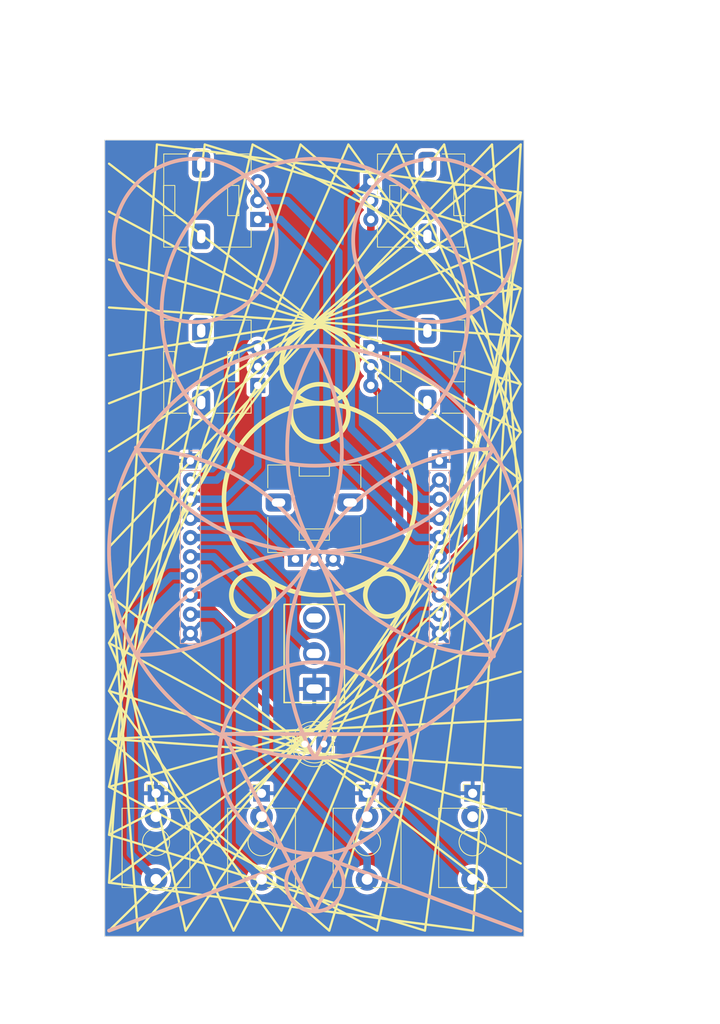
<source format=kicad_pcb>
(kicad_pcb (version 20221018) (generator pcbnew)
  (layers (0 "F.Cu" signal) (31 "B.Cu" signal) (34 "B.Paste" user) (35 "F.Paste" user) (36 "B.SilkS" user "B.Silkscreen") (37 "F.SilkS" user "F.Silkscreen") (38 "B.Mask" user) (39 "F.Mask" user) (44 "Edge.Cuts" user))
  (net 0 "")
  (net 1 "GND")
  (net 2 "Led")
  (net 3 "Tone1")
  (net 4 "Dist2")
  (net 5 "Dist1")
  (net 6 "Tone2")
  (net 7 "Level1")
  (net 8 "Level2")
  (net 9 "Out")
  (net 10 "Decay2")
  (net 11 "Decay1")
  (net 12 "Tune")
  (net 13 "SW1")
  (net 14 "CV")
  (net 15 "Trig")
  (net 16 "Accent")
  (footprint "Drum-K:LED_D5.0mm" (layer "F.Cu") (at 67.8688 114.9856 180)
    (fp_text reference "D1" hide)
    (fp_text value "Red")
    (fp_line (start -2.56 -1.545) (end -2.56 1.545) (stroke (width 0.12)) (layer "F.SilkS"))
    (fp_arc (start -2.56 -1.54483) (mid 0.802002 -2.880433) (end 2.99 0.000462) (stroke (width 0.12)) (layer "F.SilkS"))
    (fp_arc (start 2.99 -0.000462) (mid 0.802002 2.880433) (end -2.56 1.54483) (stroke (width 0.12)) (layer "F.SilkS"))
    (fp_circle (center 0 0) (end 2.5 0) (stroke (width 0.12)) (fill none) (layer "F.SilkS"))
    (pad "1" thru_hole rect locked (at -1.27 0 180) (size 2 2) (drill 0.9) (layers "*.Cu" "*.Mask") (net 1 "GND"))
    (pad "2" thru_hole circle locked (at 1.27 0 180) (size 2 2) (drill 0.9) (layers "*.Cu" "*.Mask") (net 2 "Led"))
  )
  (footprint "Drum-K:Jack_3.5mm_Vertical" (layer "F.Cu") (at 60.87 127.99)
    (fp_text reference "J3" hide)
    (fp_text value "Accent")
    (fp_line (start -4.5 -4.5) (end -4.5 6) (stroke (width 0.12)) (layer "F.SilkS"))
    (fp_line (start -1.23 -7.65) (end -1.23 -6.85) (stroke (width 0.12)) (layer "F.SilkS"))
    (fp_line (start -1.23 -7.65) (end -0.37 -7.65) (stroke (width 0.12)) (layer "F.SilkS"))
    (fp_line (start -0.8 6) (end -4.5 6) (stroke (width 0.12)) (layer "F.SilkS"))
    (fp_line (start -0.72 -4.5) (end -4.5 -4.5) (stroke (width 0.12)) (layer "F.SilkS"))
    (fp_line (start 4.5 -4.5) (end 0.72 -4.5) (stroke (width 0.12)) (layer "F.SilkS"))
    (fp_line (start 4.5 -4.5) (end 4.5 6) (stroke (width 0.12)) (layer "F.SilkS"))
    (fp_line (start 4.5 6) (end 0.8 6) (stroke (width 0.12)) (layer "F.SilkS"))
    (fp_circle (center 0 0) (end 1.8 0) (stroke (width 0.12)) (fill none) (layer "F.SilkS"))
    (pad "S" thru_hole rect locked (at 0 -6.48 180) (size 2.2 2.2) (drill 1.22) (layers "*.Cu" "*.Mask") (net 1 "GND"))
    (pad "T" thru_hole circle locked (at 0 4.92 180) (size 3 3) (drill 1.43) (layers "*.Cu" "*.Mask") (net 16 "Accent"))
    (pad "TN" thru_hole circle locked (at 0 -3.38 180) (size 3 3) (drill 1.42) (layers "*.Cu" "*.Mask"))
    (zone (net 0) (net_name "") (layer "F.Cu") (connect_pads (clearance 0)) (min_thickness 0.254)
      (keepout (tracks not_allowed) (vias not_allowed) (pads not_allowed) (copperpour not_allowed) (footprints not_allowed))
      (fill (thermal_gap 0.508) (thermal_bridge_width 0.508))
      (polygon (pts (xy 62.375141 127.99) (xy 62.35493 127.744171) (xy 62.294841 127.504945) (xy 62.196486 127.278744) (xy 62.062508 127.071645) (xy 61.896504 126.88921) (xy 61.702932 126.736336) (xy 61.486992 126.617131) (xy 61.254482 126.534794) (xy 61.011646 126.491539) (xy 60.765007 126.488525) (xy 60.521187 126.525835) (xy 60.286734 126.602466) (xy 60.067946 126.71636) (xy 59.870697 126.864458) (xy 59.700286 127.042784) (xy 59.561288 127.246548) (xy 59.457436 127.470278) (xy 59.391519 127.707965) (xy 59.365308 127.953226) (xy 59.379507 128.199475) (xy 59.433734 128.440099) (xy 59.526532 128.668634) (xy 59.655411 128.878945) (xy 59.816908 129.065382) (xy 60.006687 129.222939) (xy 60.21965 129.347385) (xy 60.450079 129.435377) (xy 60.691785 129.484553) (xy 60.938278 129.493592) (xy 61.182936 129.46225) (xy 61.419191 129.39137) (xy 61.640697 129.282856) (xy 61.841505 129.139621) (xy 62.016223 128.965512) (xy 62.160158 128.765205) (xy 62.269445 128.544079) (xy 62.341149 128.308074) (xy 62.373344 128.063526)))
    )
  )
  (footprint "Drum-K:Jack_3.5mm_Vertical" (layer "F.Cu") (at 74.87 127.99)
    (fp_text reference "J5" hide)
    (fp_text value "CV")
    (fp_line (start -4.5 -4.5) (end -4.5 6) (stroke (width 0.12)) (layer "F.SilkS"))
    (fp_line (start -1.23 -7.65) (end -1.23 -6.85) (stroke (width 0.12)) (layer "F.SilkS"))
    (fp_line (start -1.23 -7.65) (end -0.37 -7.65) (stroke (width 0.12)) (layer "F.SilkS"))
    (fp_line (start -0.8 6) (end -4.5 6) (stroke (width 0.12)) (layer "F.SilkS"))
    (fp_line (start -0.72 -4.5) (end -4.5 -4.5) (stroke (width 0.12)) (layer "F.SilkS"))
    (fp_line (start 4.5 -4.5) (end 0.72 -4.5) (stroke (width 0.12)) (layer "F.SilkS"))
    (fp_line (start 4.5 -4.5) (end 4.5 6) (stroke (width 0.12)) (layer "F.SilkS"))
    (fp_line (start 4.5 6) (end 0.8 6) (stroke (width 0.12)) (layer "F.SilkS"))
    (fp_circle (center 0 0) (end 1.8 0) (stroke (width 0.12)) (fill none) (layer "F.SilkS"))
    (pad "S" thru_hole rect locked (at 0 -6.48 180) (size 2.2 2.2) (drill 1.22) (layers "*.Cu" "*.Mask") (net 1 "GND"))
    (pad "T" thru_hole circle locked (at 0 4.92 180) (size 3 3) (drill 1.43) (layers "*.Cu" "*.Mask") (net 14 "CV"))
    (pad "TN" thru_hole circle locked (at 0 -3.38 180) (size 3 3) (drill 1.42) (layers "*.Cu" "*.Mask"))
    (zone (net 0) (net_name "") (layer "F.Cu") (connect_pads (clearance 0)) (min_thickness 0.254)
      (keepout (tracks not_allowed) (vias not_allowed) (pads not_allowed) (copperpour not_allowed) (footprints not_allowed))
      (fill (thermal_gap 0.508) (thermal_bridge_width 0.508))
      (polygon (pts (xy 76.375141 127.99) (xy 76.35493 127.744171) (xy 76.294841 127.504945) (xy 76.196486 127.278744) (xy 76.062508 127.071645) (xy 75.896504 126.88921) (xy 75.702932 126.736336) (xy 75.486992 126.617131) (xy 75.254482 126.534794) (xy 75.011646 126.491539) (xy 74.765007 126.488525) (xy 74.521187 126.525835) (xy 74.286734 126.602466) (xy 74.067946 126.71636) (xy 73.870697 126.864458) (xy 73.700286 127.042784) (xy 73.561288 127.246548) (xy 73.457436 127.470278) (xy 73.391519 127.707965) (xy 73.365308 127.953226) (xy 73.379507 128.199475) (xy 73.433734 128.440099) (xy 73.526532 128.668634) (xy 73.655411 128.878945) (xy 73.816908 129.065382) (xy 74.006687 129.222939) (xy 74.21965 129.347385) (xy 74.450079 129.435377) (xy 74.691785 129.484553) (xy 74.938278 129.493592) (xy 75.182936 129.46225) (xy 75.419191 129.39137) (xy 75.640697 129.282856) (xy 75.841505 129.139621) (xy 76.016223 128.965512) (xy 76.160158 128.765205) (xy 76.269445 128.544079) (xy 76.341149 128.308074) (xy 76.373344 128.063526)))
    )
  )
  (footprint "Drum-K:Switch_MTS102" (layer "F.Cu") (at 67.8688 102.9856 90)
    (fp_text reference "SW1" hide)
    (fp_text value "SW_Transient")
    (fp_rect (start -6.5 -4) (end 6.5 4) (stroke (width 0.2)) (fill none) (layer "F.SilkS"))
    (pad "1" thru_hole rect locked (at -4.699 0 90) (size 3 3) (drill oval 1.2 2.1) (layers "*.Cu" "*.Mask") (net 1 "GND"))
    (pad "2" thru_hole circle locked (at 0 0 90) (size 3 3) (drill oval 1.2 2.1) (layers "*.Cu" "*.Mask") (net 13 "SW1"))
    (pad "3" thru_hole circle locked (at 4.699 0 90) (size 3 3) (drill oval 1.2 2.1) (layers "*.Cu" "*.Mask"))
  )
  (footprint "Drum-K:Potentiometer_Alps_RK09L_Single_Vertical" (layer "F.Cu") (at 52.8688 64.9856 180)
    (fp_text reference "RV5" hide)
    (fp_text value "B100k Decay")
    (fp_line (start -6.62 -6.17) (end -6.62 -3.7) (stroke (width 0.12)) (layer "F.SilkS"))
    (fp_line (start -6.62 -6.17) (end -1.954 -6.17) (stroke (width 0.12)) (layer "F.SilkS"))
    (fp_line (start -6.62 -1.3) (end -6.62 -0.87) (stroke (width 0.12)) (layer "F.SilkS"))
    (fp_line (start -6.62 0.871) (end -6.62 1.63) (stroke (width 0.12)) (layer "F.SilkS"))
    (fp_line (start -6.62 3.37) (end -6.62 6.17) (stroke (width 0.12)) (layer "F.SilkS"))
    (fp_line (start -6.62 6.17) (end -1.954 6.17) (stroke (width 0.12)) (layer "F.SilkS"))
    (fp_line (start 1.955 -6.17) (end 4.97 -6.17) (stroke (width 0.12)) (layer "F.SilkS"))
    (fp_line (start 1.955 6.17) (end 4.97 6.17) (stroke (width 0.12)) (layer "F.SilkS"))
    (fp_line (start 4.97 -6.17) (end 4.97 6.17) (stroke (width 0.12)) (layer "F.SilkS"))
    (fp_rect (start -5 -2) (end -3.5 2) (stroke (width 0.12)) (fill none) (layer "F.SilkS"))
    (fp_rect (start 3.5 -2) (end 5 2) (stroke (width 0.12)) (fill none) (layer "F.SilkS"))
    (pad "1" thru_hole rect locked (at -7.5 -2.5 180) (size 2 2) (drill 1) (layers "*.Cu" "*.Mask") (net 11 "Decay1"))
    (pad "2" thru_hole circle locked (at -7.5 0 180) (size 2 2) (drill 1) (layers "*.Cu" "*.Mask") (net 10 "Decay2"))
    (pad "3" thru_hole circle locked (at -7.5 2.5 180) (size 2 2) (drill 1) (layers "*.Cu" "*.Mask") (net 10 "Decay2"))
    (pad "MP" thru_hole roundrect locked (at 0 -4.75 180) (size 2.4 3.4) (drill oval 1.1 1.8) (layers "*.Cu" "*.Mask"))
    (pad "MP" thru_hole roundrect locked (at 0 4.75 180) (size 2.4 3.4) (drill oval 1.1 1.8) (layers "*.Cu" "*.Mask"))
    (zone (net 0) (net_name "") (layer "F.Cu") (name "Copper Keep Out") (connect_pads (clearance 0)) (min_thickness 0.254)
      (keepout (tracks not_allowed) (vias not_allowed) (pads not_allowed) (copperpour not_allowed) (footprints not_allowed))
      (fill (thermal_gap 0.508) (thermal_bridge_width 0.508))
      (polygon (pts (xy 47.9688 62.9856) (xy 49.3688 62.9856) (xy 49.3688 66.9856) (xy 47.9688 66.9856)))
    )
    (zone (net 0) (net_name "") (layer "F.Cu") (name "Copper Keep Out") (connect_pads (clearance 0)) (min_thickness 0.254)
      (keepout (tracks not_allowed) (vias not_allowed) (pads not_allowed) (copperpour not_allowed) (footprints not_allowed))
      (fill (thermal_gap 0.508) (thermal_bridge_width 0.508))
      (polygon (pts (xy 56.3688 62.9856) (xy 57.8688 62.9856) (xy 57.8688 66.9856) (xy 56.3688 66.9856)))
    )
  )
  (footprint "Drum-K:Potentiometer_Alps_RK09L_Single_Vertical" (layer "F.Cu") (at 67.8688 82.9856 90)
    (fp_text reference "RV4" hide)
    (fp_text value "B50k Tune")
    (fp_line (start -6.62 -6.17) (end -6.62 -3.7) (stroke (width 0.12)) (layer "F.SilkS"))
    (fp_line (start -6.62 -6.17) (end -1.954 -6.17) (stroke (width 0.12)) (layer "F.SilkS"))
    (fp_line (start -6.62 -1.3) (end -6.62 -0.87) (stroke (width 0.12)) (layer "F.SilkS"))
    (fp_line (start -6.62 0.871) (end -6.62 1.63) (stroke (width 0.12)) (layer "F.SilkS"))
    (fp_line (start -6.62 3.37) (end -6.62 6.17) (stroke (width 0.12)) (layer "F.SilkS"))
    (fp_line (start -6.62 6.17) (end -1.954 6.17) (stroke (width 0.12)) (layer "F.SilkS"))
    (fp_line (start 1.955 -6.17) (end 4.97 -6.17) (stroke (width 0.12)) (layer "F.SilkS"))
    (fp_line (start 1.955 6.17) (end 4.97 6.17) (stroke (width 0.12)) (layer "F.SilkS"))
    (fp_line (start 4.97 -6.17) (end 4.97 6.17) (stroke (width 0.12)) (layer "F.SilkS"))
    (fp_rect (start -5 -2) (end -3.5 2) (stroke (width 0.12)) (fill none) (layer "F.SilkS"))
    (fp_rect (start 3.5 -2) (end 5 2) (stroke (width 0.12)) (fill none) (layer "F.SilkS"))
    (pad "1" thru_hole rect locked (at -7.5 -2.5 90) (size 2 2) (drill 1) (layers "*.Cu" "*.Mask") (net 12 "Tune"))
    (pad "2" thru_hole circle locked (at -7.5 0 90) (size 2 2) (drill 1) (layers "*.Cu" "*.Mask") (net 1 "GND"))
    (pad "3" thru_hole circle locked (at -7.5 2.5 90) (size 2 2) (drill 1) (layers "*.Cu" "*.Mask") (net 1 "GND"))
    (pad "MP" thru_hole roundrect locked (at 0 -4.75 90) (size 2.4 3.4) (drill oval 1.1 1.8) (layers "*.Cu" "*.Mask"))
    (pad "MP" thru_hole roundrect locked (at 0 4.75 90) (size 2.4 3.4) (drill oval 1.1 1.8) (layers "*.Cu" "*.Mask"))
    (zone (net 0) (net_name "") (layer "F.Cu") (name "Copper Keep Out") (connect_pads (clearance 0)) (min_thickness 0.254)
      (keepout (tracks not_allowed) (vias not_allowed) (pads not_allowed) (copperpour not_allowed) (footprints not_allowed))
      (fill (thermal_gap 0.508) (thermal_bridge_width 0.508))
      (polygon (pts (xy 69.8688 78.0856) (xy 69.8688 79.4856) (xy 65.8688 79.4856) (xy 65.8688 78.0856)))
    )
    (zone (net 0) (net_name "") (layer "F.Cu") (name "Copper Keep Out") (connect_pads (clearance 0)) (min_thickness 0.254)
      (keepout (tracks not_allowed) (vias not_allowed) (pads not_allowed) (copperpour not_allowed) (footprints not_allowed))
      (fill (thermal_gap 0.508) (thermal_bridge_width 0.508))
      (polygon (pts (xy 69.8688 86.4856) (xy 69.8688 87.9856) (xy 65.8688 87.9856) (xy 65.8688 86.4856)))
    )
  )
  (footprint "Drum-K:Potentiometer_Alps_RK09L_Single_Vertical" (layer "F.Cu") (at 82.8688 42.9856)
    (fp_text reference "RV1" hide)
    (fp_text value "B10k Tone")
    (fp_line (start -6.62 -6.17) (end -6.62 -3.7) (stroke (width 0.12)) (layer "F.SilkS"))
    (fp_line (start -6.62 -6.17) (end -1.954 -6.17) (stroke (width 0.12)) (layer "F.SilkS"))
    (fp_line (start -6.62 -1.3) (end -6.62 -0.87) (stroke (width 0.12)) (layer "F.SilkS"))
    (fp_line (start -6.62 0.871) (end -6.62 1.63) (stroke (width 0.12)) (layer "F.SilkS"))
    (fp_line (start -6.62 3.37) (end -6.62 6.17) (stroke (width 0.12)) (layer "F.SilkS"))
    (fp_line (start -6.62 6.17) (end -1.954 6.17) (stroke (width 0.12)) (layer "F.SilkS"))
    (fp_line (start 1.955 -6.17) (end 4.97 -6.17) (stroke (width 0.12)) (layer "F.SilkS"))
    (fp_line (start 1.955 6.17) (end 4.97 6.17) (stroke (width 0.12)) (layer "F.SilkS"))
    (fp_line (start 4.97 -6.17) (end 4.97 6.17) (stroke (width 0.12)) (layer "F.SilkS"))
    (fp_rect (start -5 -2) (end -3.5 2) (stroke (width 0.12)) (fill none) (layer "F.SilkS"))
    (fp_rect (start 3.5 -2) (end 5 2) (stroke (width 0.12)) (fill none) (layer "F.SilkS"))
    (pad "1" thru_hole rect locked (at -7.5 -2.5) (size 2 2) (drill 1) (layers "*.Cu" "*.Mask") (net 3 "Tone1"))
    (pad "2" thru_hole circle locked (at -7.5 0) (size 2 2) (drill 1) (layers "*.Cu" "*.Mask") (net 6 "Tone2"))
    (pad "3" thru_hole circle locked (at -7.5 2.5) (size 2 2) (drill 1) (layers "*.Cu" "*.Mask") (net 6 "Tone2"))
    (pad "MP" thru_hole roundrect locked (at 0 -4.75) (size 2.4 3.4) (drill oval 1.1 1.8) (layers "*.Cu" "*.Mask"))
    (pad "MP" thru_hole roundrect locked (at 0 4.75) (size 2.4 3.4) (drill oval 1.1 1.8) (layers "*.Cu" "*.Mask"))
    (zone (net 0) (net_name "") (layer "F.Cu") (name "Copper Keep Out") (connect_pads (clearance 0)) (min_thickness 0.254)
      (keepout (tracks not_allowed) (vias not_allowed) (pads not_allowed) (copperpour not_allowed) (footprints not_allowed))
      (fill (thermal_gap 0.508) (thermal_bridge_width 0.508))
      (polygon (pts (xy 79.3688 44.9856) (xy 77.8688 44.9856) (xy 77.8688 40.9856) (xy 79.3688 40.9856)))
    )
    (zone (net 0) (net_name "") (layer "F.Cu") (name "Copper Keep Out") (connect_pads (clearance 0)) (min_thickness 0.254)
      (keepout (tracks not_allowed) (vias not_allowed) (pads not_allowed) (copperpour not_allowed) (footprints not_allowed))
      (fill (thermal_gap 0.508) (thermal_bridge_width 0.508))
      (polygon (pts (xy 87.7688 44.9856) (xy 86.3688 44.9856) (xy 86.3688 40.9856) (xy 87.7688 40.9856)))
    )
  )
  (footprint "Drum-K:Jack_3.5mm_Vertical" (layer "F.Cu") (at 46.87 127.99)
    (fp_text reference "J4" hide)
    (fp_text value "Trig")
    (fp_line (start -4.5 -4.5) (end -4.5 6) (stroke (width 0.12)) (layer "F.SilkS"))
    (fp_line (start -1.23 -7.65) (end -1.23 -6.85) (stroke (width 0.12)) (layer "F.SilkS"))
    (fp_line (start -1.23 -7.65) (end -0.37 -7.65) (stroke (width 0.12)) (layer "F.SilkS"))
    (fp_line (start -0.8 6) (end -4.5 6) (stroke (width 0.12)) (layer "F.SilkS"))
    (fp_line (start -0.72 -4.5) (end -4.5 -4.5) (stroke (width 0.12)) (layer "F.SilkS"))
    (fp_line (start 4.5 -4.5) (end 0.72 -4.5) (stroke (width 0.12)) (layer "F.SilkS"))
    (fp_line (start 4.5 -4.5) (end 4.5 6) (stroke (width 0.12)) (layer "F.SilkS"))
    (fp_line (start 4.5 6) (end 0.8 6) (stroke (width 0.12)) (layer "F.SilkS"))
    (fp_circle (center 0 0) (end 1.8 0) (stroke (width 0.12)) (fill none) (layer "F.SilkS"))
    (pad "S" thru_hole rect locked (at 0 -6.48 180) (size 2.2 2.2) (drill 1.22) (layers "*.Cu" "*.Mask") (net 1 "GND"))
    (pad "T" thru_hole circle locked (at 0 4.92 180) (size 3 3) (drill 1.43) (layers "*.Cu" "*.Mask") (net 15 "Trig"))
    (pad "TN" thru_hole circle locked (at 0 -3.38 180) (size 3 3) (drill 1.42) (layers "*.Cu" "*.Mask"))
    (zone (net 0) (net_name "") (layer "F.Cu") (connect_pads (clearance 0)) (min_thickness 0.254)
      (keepout (tracks not_allowed) (vias not_allowed) (pads not_allowed) (copperpour not_allowed) (footprints not_allowed))
      (fill (thermal_gap 0.508) (thermal_bridge_width 0.508))
      (polygon (pts (xy 48.375141 127.99) (xy 48.35493 127.744171) (xy 48.294841 127.504945) (xy 48.196486 127.278744) (xy 48.062508 127.071645) (xy 47.896504 126.88921) (xy 47.702932 126.736336) (xy 47.486992 126.617131) (xy 47.254482 126.534794) (xy 47.011646 126.491539) (xy 46.765007 126.488525) (xy 46.521187 126.525835) (xy 46.286734 126.602466) (xy 46.067946 126.71636) (xy 45.870697 126.864458) (xy 45.700286 127.042784) (xy 45.561288 127.246548) (xy 45.457436 127.470278) (xy 45.391519 127.707965) (xy 45.365308 127.953226) (xy 45.379507 128.199475) (xy 45.433734 128.440099) (xy 45.526532 128.668634) (xy 45.655411 128.878945) (xy 45.816908 129.065382) (xy 46.006687 129.222939) (xy 46.21965 129.347385) (xy 46.450079 129.435377) (xy 46.691785 129.484553) (xy 46.938278 129.493592) (xy 47.182936 129.46225) (xy 47.419191 129.39137) (xy 47.640697 129.282856) (xy 47.841505 129.139621) (xy 48.016223 128.965512) (xy 48.160158 128.765205) (xy 48.269445 128.544079) (xy 48.341149 128.308074) (xy 48.373344 128.063526)))
    )
  )
  (footprint "Drum-K:Potentiometer_Alps_RK09L_Single_Vertical" (layer "F.Cu") (at 82.8688 64.9856)
    (fp_text reference "RV3" hide)
    (fp_text value "B10k Level")
    (fp_line (start -6.62 -6.17) (end -6.62 -3.7) (stroke (width 0.12)) (layer "F.SilkS"))
    (fp_line (start -6.62 -6.17) (end -1.954 -6.17) (stroke (width 0.12)) (layer "F.SilkS"))
    (fp_line (start -6.62 -1.3) (end -6.62 -0.87) (stroke (width 0.12)) (layer "F.SilkS"))
    (fp_line (start -6.62 0.871) (end -6.62 1.63) (stroke (width 0.12)) (layer "F.SilkS"))
    (fp_line (start -6.62 3.37) (end -6.62 6.17) (stroke (width 0.12)) (layer "F.SilkS"))
    (fp_line (start -6.62 6.17) (end -1.954 6.17) (stroke (width 0.12)) (layer "F.SilkS"))
    (fp_line (start 1.955 -6.17) (end 4.97 -6.17) (stroke (width 0.12)) (layer "F.SilkS"))
    (fp_line (start 1.955 6.17) (end 4.97 6.17) (stroke (width 0.12)) (layer "F.SilkS"))
    (fp_line (start 4.97 -6.17) (end 4.97 6.17) (stroke (width 0.12)) (layer "F.SilkS"))
    (fp_rect (start -5 -2) (end -3.5 2) (stroke (width 0.12)) (fill none) (layer "F.SilkS"))
    (fp_rect (start 3.5 -2) (end 5 2) (stroke (width 0.12)) (fill none) (layer "F.SilkS"))
    (pad "1" thru_hole rect locked (at -7.5 -2.5) (size 2 2) (drill 1) (layers "*.Cu" "*.Mask") (net 7 "Level1"))
    (pad "2" thru_hole circle locked (at -7.5 0) (size 2 2) (drill 1) (layers "*.Cu" "*.Mask") (net 8 "Level2"))
    (pad "3" thru_hole circle locked (at -7.5 2.5) (size 2 2) (drill 1) (layers "*.Cu" "*.Mask") (net 8 "Level2"))
    (pad "MP" thru_hole roundrect locked (at 0 -4.75) (size 2.4 3.4) (drill oval 1.1 1.8) (layers "*.Cu" "*.Mask"))
    (pad "MP" thru_hole roundrect locked (at 0 4.75) (size 2.4 3.4) (drill oval 1.1 1.8) (layers "*.Cu" "*.Mask"))
    (zone (net 0) (net_name "") (layer "F.Cu") (name "Copper Keep Out") (connect_pads (clearance 0)) (min_thickness 0.254)
      (keepout (tracks not_allowed) (vias not_allowed) (pads not_allowed) (copperpour not_allowed) (footprints not_allowed))
      (fill (thermal_gap 0.508) (thermal_bridge_width 0.508))
      (polygon (pts (xy 79.3688 66.9856) (xy 77.8688 66.9856) (xy 77.8688 62.9856) (xy 79.3688 62.9856)))
    )
    (zone (net 0) (net_name "") (layer "F.Cu") (name "Copper Keep Out") (connect_pads (clearance 0)) (min_thickness 0.254)
      (keepout (tracks not_allowed) (vias not_allowed) (pads not_allowed) (copperpour not_allowed) (footprints not_allowed))
      (fill (thermal_gap 0.508) (thermal_bridge_width 0.508))
      (polygon (pts (xy 87.7688 66.9856) (xy 86.3688 66.9856) (xy 86.3688 62.9856) (xy 87.7688 62.9856)))
    )
  )
  (footprint "Drum-K:Potentiometer_Alps_RK09L_Single_Vertical" (layer "F.Cu") (at 52.8688 42.9856 180)
    (fp_text reference "RV2" hide)
    (fp_text value "B100k Disto")
    (fp_line (start -6.62 -6.17) (end -6.62 -3.7) (stroke (width 0.12)) (layer "F.SilkS"))
    (fp_line (start -6.62 -6.17) (end -1.954 -6.17) (stroke (width 0.12)) (layer "F.SilkS"))
    (fp_line (start -6.62 -1.3) (end -6.62 -0.87) (stroke (width 0.12)) (layer "F.SilkS"))
    (fp_line (start -6.62 0.871) (end -6.62 1.63) (stroke (width 0.12)) (layer "F.SilkS"))
    (fp_line (start -6.62 3.37) (end -6.62 6.17) (stroke (width 0.12)) (layer "F.SilkS"))
    (fp_line (start -6.62 6.17) (end -1.954 6.17) (stroke (width 0.12)) (layer "F.SilkS"))
    (fp_line (start 1.955 -6.17) (end 4.97 -6.17) (stroke (width 0.12)) (layer "F.SilkS"))
    (fp_line (start 1.955 6.17) (end 4.97 6.17) (stroke (width 0.12)) (layer "F.SilkS"))
    (fp_line (start 4.97 -6.17) (end 4.97 6.17) (stroke (width 0.12)) (layer "F.SilkS"))
    (fp_rect (start -5 -2) (end -3.5 2) (stroke (width 0.12)) (fill none) (layer "F.SilkS"))
    (fp_rect (start 3.5 -2) (end 5 2) (stroke (width 0.12)) (fill none) (layer "F.SilkS"))
    (pad "1" thru_hole rect locked (at -7.5 -2.5 180) (size 2 2) (drill 1) (layers "*.Cu" "*.Mask") (net 5 "Dist1"))
    (pad "2" thru_hole circle locked (at -7.5 0 180) (size 2 2) (drill 1) (layers "*.Cu" "*.Mask") (net 4 "Dist2"))
    (pad "3" thru_hole circle locked (at -7.5 2.5 180) (size 2 2) (drill 1) (layers "*.Cu" "*.Mask") (net 4 "Dist2"))
    (pad "MP" thru_hole roundrect locked (at 0 -4.75 180) (size 2.4 3.4) (drill oval 1.1 1.8) (layers "*.Cu" "*.Mask"))
    (pad "MP" thru_hole roundrect locked (at 0 4.75 180) (size 2.4 3.4) (drill oval 1.1 1.8) (layers "*.Cu" "*.Mask"))
    (zone (net 0) (net_name "") (layer "F.Cu") (name "Copper Keep Out") (connect_pads (clearance 0)) (min_thickness 0.254)
      (keepout (tracks not_allowed) (vias not_allowed) (pads not_allowed) (copperpour not_allowed) (footprints not_allowed))
      (fill (thermal_gap 0.508) (thermal_bridge_width 0.508))
      (polygon (pts (xy 47.9688 40.9856) (xy 49.3688 40.9856) (xy 49.3688 44.9856) (xy 47.9688 44.9856)))
    )
    (zone (net 0) (net_name "") (layer "F.Cu") (name "Copper Keep Out") (connect_pads (clearance 0)) (min_thickness 0.254)
      (keepout (tracks not_allowed) (vias not_allowed) (pads not_allowed) (copperpour not_allowed) (footprints not_allowed))
      (fill (thermal_gap 0.508) (thermal_bridge_width 0.508))
      (polygon (pts (xy 56.3688 40.9856) (xy 57.8688 40.9856) (xy 57.8688 44.9856) (xy 56.3688 44.9856)))
    )
  )
  (footprint "Drum-K:Jack_3.5mm_Vertical" (layer "F.Cu") (at 88.87 127.99)
    (fp_text reference "J6" hide)
    (fp_text value "OUT")
    (fp_line (start -4.5 -4.5) (end -4.5 6) (stroke (width 0.12)) (layer "F.SilkS"))
    (fp_line (start -1.23 -7.65) (end -1.23 -6.85) (stroke (width 0.12)) (layer "F.SilkS"))
    (fp_line (start -1.23 -7.65) (end -0.37 -7.65) (stroke (width 0.12)) (layer "F.SilkS"))
    (fp_line (start -0.8 6) (end -4.5 6) (stroke (width 0.12)) (layer "F.SilkS"))
    (fp_line (start -0.72 -4.5) (end -4.5 -4.5) (stroke (width 0.12)) (layer "F.SilkS"))
    (fp_line (start 4.5 -4.5) (end 0.72 -4.5) (stroke (width 0.12)) (layer "F.SilkS"))
    (fp_line (start 4.5 -4.5) (end 4.5 6) (stroke (width 0.12)) (layer "F.SilkS"))
    (fp_line (start 4.5 6) (end 0.8 6) (stroke (width 0.12)) (layer "F.SilkS"))
    (fp_circle (center 0 0) (end 1.8 0) (stroke (width 0.12)) (fill none) (layer "F.SilkS"))
    (pad "S" thru_hole rect locked (at 0 -6.48 180) (size 2.2 2.2) (drill 1.22) (layers "*.Cu" "*.Mask") (net 1 "GND"))
    (pad "T" thru_hole circle locked (at 0 4.92 180) (size 3 3) (drill 1.43) (layers "*.Cu" "*.Mask") (net 9 "Out"))
    (pad "TN" thru_hole circle locked (at 0 -3.38 180) (size 3 3) (drill 1.42) (layers "*.Cu" "*.Mask"))
    (zone (net 0) (net_name "") (layer "F.Cu") (connect_pads (clearance 0)) (min_thickness 0.254)
      (keepout (tracks not_allowed) (vias not_allowed) (pads not_allowed) (copperpour not_allowed) (footprints not_allowed))
      (fill (thermal_gap 0.508) (thermal_bridge_width 0.508))
      (polygon (pts (xy 90.375141 127.99) (xy 90.35493 127.744171) (xy 90.294841 127.504945) (xy 90.196486 127.278744) (xy 90.062508 127.071645) (xy 89.896504 126.88921) (xy 89.702932 126.736336) (xy 89.486992 126.617131) (xy 89.254482 126.534794) (xy 89.011646 126.491539) (xy 88.765007 126.488525) (xy 88.521187 126.525835) (xy 88.286734 126.602466) (xy 88.067946 126.71636) (xy 87.870697 126.864458) (xy 87.700286 127.042784) (xy 87.561288 127.246548) (xy 87.457436 127.470278) (xy 87.391519 127.707965) (xy 87.365308 127.953226) (xy 87.379507 128.199475) (xy 87.433734 128.440099) (xy 87.526532 128.668634) (xy 87.655411 128.878945) (xy 87.816908 129.065382) (xy 88.006687 129.222939) (xy 88.21965 129.347385) (xy 88.450079 129.435377) (xy 88.691785 129.484553) (xy 88.938278 129.493592) (xy 89.182936 129.46225) (xy 89.419191 129.39137) (xy 89.640697 129.282856) (xy 89.841505 129.139621) (xy 90.016223 128.965512) (xy 90.160158 128.765205) (xy 90.269445 128.544079) (xy 90.341149 128.308074) (xy 90.373344 128.063526)))
    )
  )
  (footprint "Drum-K:PinHeader_1x10" (layer "B.Cu") (at 84.455 77.47 180)
    (fp_text reference "J1" hide)
    (fp_text value "Conn_Left")
    (fp_line (start -1.33 -24.19) (end 1.33 -24.19) (stroke (width 0.12)) (layer "B.SilkS"))
    (fp_line (start -1.33 -1.27) (end -1.33 -24.19) (stroke (width 0.12)) (layer "B.SilkS"))
    (fp_line (start -1.33 -1.27) (end 1.33 -1.27) (stroke (width 0.12)) (layer "B.SilkS"))
    (fp_line (start -1.33 0) (end -1.33 1.33) (stroke (width 0.12)) (layer "B.SilkS"))
    (fp_line (start -1.33 1.33) (end 0 1.33) (stroke (width 0.12)) (layer "B.SilkS"))
    (fp_line (start 1.33 -1.27) (end 1.33 -24.19) (stroke (width 0.12)) (layer "B.SilkS"))
    (pad "1" thru_hole rect locked (at 0 0 180) (size 2 2) (drill 1) (layers "*.Cu" "*.Mask") (net 1 "GND"))
    (pad "2" thru_hole circle locked (at 0 -2.54 180) (size 2 2) (drill 1) (layers "*.Cu" "*.Mask") (net 1 "GND"))
    (pad "3" thru_hole circle locked (at 0 -5.08 180) (size 2 2) (drill 1) (layers "*.Cu" "*.Mask") (net 3 "Tone1"))
    (pad "4" thru_hole circle locked (at 0 -7.62 180) (size 2 2) (drill 1) (layers "*.Cu" "*.Mask") (net 4 "Dist2"))
    (pad "5" thru_hole circle locked (at 0 -10.16 180) (size 2 2) (drill 1) (layers "*.Cu" "*.Mask") (net 5 "Dist1"))
    (pad "6" thru_hole circle locked (at 0 -12.7 180) (size 2 2) (drill 1) (layers "*.Cu" "*.Mask") (net 6 "Tone2"))
    (pad "7" thru_hole circle locked (at 0 -15.24 180) (size 2 2) (drill 1) (layers "*.Cu" "*.Mask") (net 7 "Level1"))
    (pad "8" thru_hole circle locked (at 0 -17.78 180) (size 2 2) (drill 1) (layers "*.Cu" "*.Mask") (net 8 "Level2"))
    (pad "9" thru_hole circle locked (at 0 -20.32 180) (size 2 2) (drill 1) (layers "*.Cu" "*.Mask") (net 9 "Out"))
    (pad "10" thru_hole circle locked (at 0 -22.86 180) (size 2 2) (drill 1) (layers "*.Cu" "*.Mask") (net 1 "GND"))
  )
  (footprint "Drum-K:PinHeader_1x10" (layer "B.Cu") (at 51.435 77.47 180)
    (fp_text reference "J2" hide)
    (fp_text value "Conn_Right")
    (fp_line (start -1.33 -24.19) (end 1.33 -24.19) (stroke (width 0.12)) (layer "B.SilkS"))
    (fp_line (start -1.33 -1.27) (end -1.33 -24.19) (stroke (width 0.12)) (layer "B.SilkS"))
    (fp_line (start -1.33 -1.27) (end 1.33 -1.27) (stroke (width 0.12)) (layer "B.SilkS"))
    (fp_line (start -1.33 0) (end -1.33 1.33) (stroke (width 0.12)) (layer "B.SilkS"))
    (fp_line (start -1.33 1.33) (end 0 1.33) (stroke (width 0.12)) (layer "B.SilkS"))
    (fp_line (start 1.33 -1.27) (end 1.33 -24.19) (stroke (width 0.12)) (layer "B.SilkS"))
    (pad "1" thru_hole rect locked (at 0 0 180) (size 2 2) (drill 1) (layers "*.Cu" "*.Mask") (net 1 "GND"))
    (pad "2" thru_hole circle locked (at 0 -2.54 180) (size 2 2) (drill 1) (layers "*.Cu" "*.Mask") (net 10 "Decay2"))
    (pad "3" thru_hole circle locked (at 0 -5.08 180) (size 2 2) (drill 1) (layers "*.Cu" "*.Mask") (net 11 "Decay1"))
    (pad "4" thru_hole circle locked (at 0 -7.62 180) (size 2 2) (drill 1) (layers "*.Cu" "*.Mask") (net 12 "Tune"))
    (pad "5" thru_hole circle locked (at 0 -10.16 180) (size 2 2) (drill 1) (layers "*.Cu" "*.Mask") (net 13 "SW1"))
    (pad "6" thru_hole circle locked (at 0 -12.7 180) (size 2 2) (drill 1) (layers "*.Cu" "*.Mask") (net 14 "CV"))
    (pad "7" thru_hole circle locked (at 0 -15.24 180) (size 2 2) (drill 1) (layers "*.Cu" "*.Mask") (net 15 "Trig"))
    (pad "8" thru_hole circle locked (at 0 -17.78 180) (size 2 2) (drill 1) (layers "*.Cu" "*.Mask") (net 2 "Led"))
    (pad "9" thru_hole circle locked (at 0 -20.32 180) (size 2 2) (drill 1) (layers "*.Cu" "*.Mask") (net 16 "Accent"))
    (pad "10" thru_hole circle locked (at 0 -22.86 180) (size 2 2) (drill 1) (layers "*.Cu" "*.Mask") (net 1 "GND"))
  )
  (gr_line (start 67.945 137.16) (end 55.88 113.665) (stroke (width 0.5)) (layer "B.SilkS"))
  (gr_circle (center 52.07 48.26) (end 41.275 48.895) (stroke (width 0.5)) (fill none) (layer "B.SilkS"))
  (gr_line (start 55.88 113.665) (end 80.01 113.665) (stroke (width 0.5)) (layer "B.SilkS"))
  (gr_arc (start 67.830027 62.298448) (mid 71.523317 75.901376) (end 67.945 89.535) (stroke (width 0.5)) (layer "B.SilkS"))
  (gr_arc (start 91.553591 75.948508) (mid 81.564457 85.895871) (end 67.945001 89.535) (stroke (width 0.5)) (layer "B.SilkS"))
  (gr_arc (start 67.945 89.535) (mid 71.623147 103.187265) (end 67.943492 116.839124) (stroke (width 0.5)) (layer "B.SilkS"))
  (gr_arc (start 67.945 89.535) (mid 81.684523 93.243633) (end 91.691774 103.362101) (stroke (width 0.5)) (layer "B.SilkS"))
  (gr_circle (center 83.82 48.26) (end 94.615 48.26) (stroke (width 0.5)) (fill none) (layer "B.SilkS"))
  (gr_arc (start 44.338273 103.119127) (mid 54.32699 93.173541) (end 67.945 89.535) (stroke (width 0.5)) (layer "B.SilkS"))
  (gr_arc (start 44.201088 76.016711) (mid 57.895887 79.574163) (end 67.945001 89.535) (stroke (width 0.5)) (layer "B.SilkS"))
  (gr_arc (start 67.945 89.535) (mid 54.205477 85.826367) (end 44.198226 75.707899) (stroke (width 0.5)) (layer "B.SilkS"))
  (gr_arc (start 67.945 89.535) (mid 58.00415 99.466991) (end 44.452927 103.185765) (stroke (width 0.5)) (layer "B.SilkS"))
  (gr_arc (start 67.945001 89.535) (mid 64.267614 75.882728) (end 67.946462 62.230849) (stroke (width 0.5)) (layer "B.SilkS"))
  (gr_arc (start 67.945368 116.839788) (mid 64.300264 103.187443) (end 67.945 89.535) (stroke (width 0.5)) (layer "B.SilkS"))
  (gr_line (start 95.25 139.7) (end 67.945 129.54) (stroke (width 0.5)) (layer "B.SilkS"))
  (gr_circle (center 67.945 57.785) (end 68.58 37.465) (stroke (width 0.5)) (fill none) (layer "B.SilkS"))
  (gr_line (start 80.01 113.665) (end 67.945 137.16) (stroke (width 0.5)) (layer "B.SilkS"))
  (gr_circle (center 67.945 89.535) (end 95.25 89.535) (stroke (width 0.5)) (fill none) (layer "B.SilkS"))
  (gr_circle (center 67.945 133.35) (end 67.945 129.54) (stroke (width 0.5)) (fill none) (layer "B.SilkS"))
  (gr_line (start 40.64 139.7) (end 67.945 129.54) (stroke (width 0.5)) (layer "B.SilkS"))
  (gr_arc (start 91.690892 103.187074) (mid 77.977135 99.562872) (end 67.945 89.535) (stroke (width 0.5)) (layer "B.SilkS"))
  (gr_circle (center 67.945 116.84) (end 67.945 129.54) (stroke (width 0.5)) (fill none) (layer "B.SilkS"))
  (gr_arc (start 67.945 89.535) (mid 77.888365 79.601548) (end 91.442891 75.884182) (stroke (width 0.5)) (layer "B.SilkS"))
  (gr_line (start 82.55 139.7) (end 40.64 127) (stroke (width 0.3)) (layer "F.SilkS"))
  (gr_line (start 95.25 105.41) (end 40.64 120.65) (stroke (width 0.3)) (layer "F.SilkS"))
  (gr_line (start 40.64 57.15) (end 95.25 60.96) (stroke (width 0.3)) (layer "F.SilkS"))
  (gr_line (start 72.39 35.56) (end 95.25 67.31) (stroke (width 0.3)) (layer "F.SilkS"))
  (gr_circle (center 68.58 71.12) (end 72.39 71.12) (stroke (width 0.6)) (fill none) (layer "F.SilkS"))
  (gr_line (start 59.69 35.56) (end 95.25 54.61) (stroke (width 0.3)) (layer "F.SilkS"))
  (gr_line (start 76.2 139.7) (end 40.64 120.65) (stroke (width 0.3)) (layer "F.SilkS"))
  (gr_line (start 95.25 73.66) (end 50.8 139.7) (stroke (width 0.3)) (layer "F.SilkS"))
  (gr_line (start 91.44 35.56) (end 95.25 86.36) (stroke (width 0.3)) (layer "F.SilkS"))
  (gr_line (start 40.64 120.65) (end 59.69 35.56) (stroke (width 0.3)) (layer "F.SilkS"))
  (gr_line (start 40.64 101.6) (end 78.74 35.56) (stroke (width 0.3)) (layer "F.SilkS"))
  (gr_line (start 40.64 127) (end 95.25 99.06) (stroke (width 0.3)) (layer "F.SilkS"))
  (gr_circle (center 68.58 82.55) (end 81.28 82.55) (stroke (width 0.6)) (fill none) (layer "F.SilkS"))
  (gr_line (start 53.34 35.56) (end 95.25 48.26) (stroke (width 0.3)) (layer "F.SilkS"))
  (gr_line (start 95.25 41.91) (end 82.55 139.7) (stroke (width 0.3)) (layer "F.SilkS"))
  (gr_line (start 95.25 118.11) (end 40.64 114.3) (stroke (width 0.3)) (layer "F.SilkS"))
  (gr_line (start 63.5 139.7) (end 40.64 107.95) (stroke (width 0.3)) (layer "F.SilkS"))
  (gr_line (start 57.15 139.7) (end 40.64 101.6) (stroke (width 0.3)) (layer "F.SilkS"))
  (gr_line (start 40.64 95.25) (end 85.09 35.56) (stroke (width 0.3)) (layer "F.SilkS"))
  (gr_line (start 40.64 88.9) (end 91.44 35.56) (stroke (width 0.3)) (layer "F.SilkS"))
  (gr_circle (center 77.47 95.25) (end 80.309806 95.25) (stroke (width 0.6)) (fill none) (layer "F.SilkS"))
  (gr_line (start 46.99 35.56) (end 95.25 41.91) (stroke (width 0.3)) (layer "F.SilkS"))
  (gr_line (start 40.64 76.2) (end 95.25 41.91) (stroke (width 0.3)) (layer "F.SilkS"))
  (gr_line (start 95.25 67.31) (end 57.15 139.7) (stroke (width 0.3)) (layer "F.SilkS"))
  (gr_line (start 40.64 44.45) (end 95.25 73.66) (stroke (width 0.3)) (layer "F.SilkS"))
  (gr_line (start 78.74 35.56) (end 95.25 73.66) (stroke (width 0.3)) (layer "F.SilkS"))
  (gr_line (start 40.64 133.35) (end 46.99 35.56) (stroke (width 0.3)) (layer "F.SilkS"))
  (gr_line (start 50.8 139.7) (end 40.64 95.25) (stroke (width 0.3)) (layer "F.SilkS"))
  (gr_line (start 40.64 50.8) (end 95.25 67.31) (stroke (width 0.3)) (layer "F.SilkS"))
  (gr_line (start 40.64 69.85) (end 95.25 48.26) (stroke (width 0.3)) (layer "F.SilkS"))
  (gr_line (start 44.45 139.7) (end 40.64 88.9) (stroke (width 0.3)) (layer "F.SilkS"))
  (gr_line (start 95.25 92.71) (end 40.64 133.35) (stroke (width 0.3)) (layer "F.SilkS"))
  (gr_line (start 85.09 35.56) (end 95.25 80.01) (stroke (width 0.3)) (layer "F.SilkS"))
  (gr_line (start 95.25 86.36) (end 40.64 139.7) (stroke (width 0.3)) (layer "F.SilkS"))
  (gr_line (start 95.25 124.46) (end 40.64 107.95) (stroke (width 0.3)) (layer "F.SilkS"))
  (gr_line (start 40.64 127) (end 53.34 35.56) (stroke (width 0.3)) (layer "F.SilkS"))
  (gr_line (start 69.85 139.7) (end 40.64 114.3) (stroke (width 0.3)) (layer "F.SilkS"))
  (gr_line (start 95.25 35.56) (end 88.9 139.7) (stroke (width 0.3)) (layer "F.SilkS"))
  (gr_line (start 40.64 63.5) (end 95.25 54.61) (stroke (width 0.3)) (layer "F.SilkS"))
  (gr_line (start 95.25 80.01) (end 44.45 139.7) (stroke (width 0.3)) (layer "F.SilkS"))
  (gr_line (start 95.25 60.96) (end 63.5 139.7) (stroke (width 0.3)) (layer "F.SilkS"))
  (gr_line (start 95.25 130.81) (end 40.64 101.6) (stroke (width 0.3)) (layer "F.SilkS"))
  (gr_circle (center 68.58 64.77) (end 73.66 64.77) (stroke (width 0.6)) (fill none) (layer "F.SilkS"))
  (gr_line (start 95.25 137.16) (end 40.64 95.25) (stroke (width 0.3)) (layer "F.SilkS"))
  (gr_line (start 88.9 139.7) (end 40.64 133.35) (stroke (width 0.3)) (layer "F.SilkS"))
  (gr_line (start 40.64 114.3) (end 66.04 35.56) (stroke (width 0.3)) (layer "F.SilkS"))
  (gr_line (start 95.25 48.26) (end 76.2 139.7) (stroke (width 0.3)) (layer "F.SilkS"))
  (gr_line (start 40.64 82.55) (end 95.25 35.56) (stroke (width 0.3)) (layer "F.SilkS"))
  (gr_line (start 95.25 54.61) (end 69.85 139.7) (stroke (width 0.3)) (layer "F.SilkS"))
  (gr_line (start 95.25 111.76) (end 40.64 114.3) (stroke (width 0.3)) (layer "F.SilkS"))
  (gr_line (start 40.64 107.95) (end 72.39 35.56) (stroke (width 0.3)) (layer "F.SilkS"))
  (gr_line (start 66.04 35.56) (end 95.25 60.96) (stroke (width 0.3)) (layer "F.SilkS"))
  (gr_line (start 40.64 38.1) (end 95.25 80.01) (stroke (width 0.3)) (layer "F.SilkS"))
  (gr_circle (center 59.69 95.25) (end 62.529806 95.25) (stroke (width 0.6)) (fill none) (layer "F.SilkS"))
  (gr_rect locked (start 40.0688 34.9696) (end 95.6688 140.4696) (stroke (width 0.1)) (fill none) (layer "Edge.Cuts"))
  (segment (start 54.5846 95.25) (end 51.435 95.25) (width 1) (layer "F.Cu") (net 2))
  (segment (start 66.5988 114.9856) (end 58.801 107.1878) (width 1) (layer "F.Cu") (net 2))
  (segment (start 58.801 99.4664) (end 54.5846 95.25) (width 1) (layer "F.Cu") (net 2))
  (segment (start 58.801 107.1878) (end 58.801 99.4664) (width 1) (layer "F.Cu") (net 2))
  (segment (start 82.1182 82.55) (end 72.771 73.2028) (width 1) (layer "B.Cu") (net 3))
  (segment (start 84.455 82.55) (end 82.1182 82.55) (width 1) (layer "B.Cu") (net 3))
  (segment (start 72.771 73.2028) (end 72.771 43.0834) (width 1) (layer "B.Cu") (net 3))
  (segment (start 72.771 43.0834) (end 75.3688 40.4856) (width 1) (layer "B.Cu") (net 3))
  (segment (start 71.12 74.3712) (end 71.12 49.8348) (width 1) (layer "B.Cu") (net 4))
  (segment (start 84.455 85.09) (end 81.8388 85.09) (width 1) (layer "B.Cu") (net 4))
  (segment (start 81.8388 85.09) (end 71.12 74.3712) (width 1) (layer "B.Cu") (net 4))
  (segment (start 64.2708 42.9856) (end 60.3688 42.9856) (width 1) (layer "B.Cu") (net 4))
  (segment (start 71.12 49.8348) (end 64.2708 42.9856) (width 1) (layer "B.Cu") (net 4))
  (segment (start 60.3688 42.9856) (end 60.3688 40.4856) (width 1) (layer "B.Cu") (net 4))
  (segment (start 69.5452 51.6636) (end 63.3672 45.4856) (width 1) (layer "B.Cu") (net 5))
  (segment (start 63.3672 45.4856) (end 60.3688 45.4856) (width 1) (layer "B.Cu") (net 5))
  (segment (start 81.534 87.63) (end 69.5452 75.6412) (width 1) (layer "B.Cu") (net 5))
  (segment (start 84.455 87.63) (end 81.534 87.63) (width 1) (layer "B.Cu") (net 5))
  (segment (start 69.5452 75.6412) (end 69.5452 51.6636) (width 1) (layer "B.Cu") (net 5))
  (segment (start 84.455 90.17) (end 88.6714 85.9536) (width 1) (layer "F.Cu") (net 6))
  (segment (start 75.3688 47.759) (end 75.3688 45.4856) (width 1) (layer "F.Cu") (net 6))
  (segment (start 88.6714 85.9536) (end 88.6714 61.0616) (width 1) (layer "F.Cu") (net 6))
  (segment (start 88.6714 61.0616) (end 75.3688 47.759) (width 1) (layer "F.Cu") (net 6))
  (segment (start 75.3688 42.9856) (end 75.3688 45.4856) (width 1) (layer "B.Cu") (net 6))
  (segment (start 88.6714 88.4936) (end 88.6714 70.8914) (width 1) (layer "B.Cu") (net 7))
  (segment (start 84.455 92.71) (end 88.6714 88.4936) (width 1) (layer "B.Cu") (net 7))
  (segment (start 80.2656 62.4856) (end 75.3688 62.4856) (width 1) (layer "B.Cu") (net 7))
  (segment (start 88.6714 70.8914) (end 80.2656 62.4856) (width 1) (layer "B.Cu") (net 7))
  (segment (start 79.1718 89.9668) (end 84.455 95.25) (width 1) (layer "F.Cu") (net 8))
  (segment (start 75.3688 67.4856) (end 79.1718 71.2886) (width 1) (layer "F.Cu") (net 8))
  (segment (start 79.1718 71.2886) (end 79.1718 89.9668) (width 1) (layer "F.Cu") (net 8))
  (segment (start 75.3688 64.9856) (end 75.3688 67.4856) (width 1) (layer "B.Cu") (net 8))
  (segment (start 88.87 132.91) (end 77.96 122) (width 1) (layer "B.Cu") (net 9))
  (segment (start 77.96 122) (end 77.96 101.96) (width 1) (layer "B.Cu") (net 9))
  (segment (start 77.96 101.96) (end 82.13 97.79) (width 1) (layer "B.Cu") (net 9))
  (segment (start 82.13 97.79) (end 84.455 97.79) (width 1) (layer "B.Cu") (net 9))
  (segment (start 51.435 80.01) (end 54.9402 80.01) (width 1) (layer "B.Cu") (net 10))
  (segment (start 58.647 62.4856) (end 60.3688 62.4856) (width 1) (layer "B.Cu") (net 10))
  (segment (start 56.8706 64.262) (end 58.647 62.4856) (width 1) (layer "B.Cu") (net 10))
  (segment (start 56.8706 78.0796) (end 56.8706 64.262) (width 1) (layer "B.Cu") (net 10))
  (segment (start 60.3688 64.9856) (end 60.3688 62.4856) (width 1) (layer "B.Cu") (net 10))
  (segment (start 54.9402 80.01) (end 56.8706 78.0796) (width 1) (layer "B.Cu") (net 10))
  (segment (start 56.007 82.55) (end 60.3688 78.1882) (width 1) (layer "B.Cu") (net 11))
  (segment (start 51.435 82.55) (end 56.007 82.55) (width 1) (layer "B.Cu") (net 11))
  (segment (start 60.3688 78.1882) (end 60.3688 67.4856) (width 1) (layer "B.Cu") (net 11))
  (segment (start 59.9732 85.09) (end 65.3688 90.4856) (width 1) (layer "B.Cu") (net 12))
  (segment (start 51.435 85.09) (end 59.9732 85.09) (width 1) (layer "B.Cu") (net 12))
  (segment (start 51.435 87.63) (end 57.404 87.63) (width 1) (layer "B.Cu") (net 13))
  (segment (start 65.105901 100.222701) (end 67.8688 102.9856) (width 1) (layer "B.Cu") (net 13))
  (segment (start 65.105901 95.331901) (end 65.105901 100.222701) (width 1) (layer "B.Cu") (net 13))
  (segment (start 57.404 87.63) (end 65.105901 95.331901) (width 1) (layer "B.Cu") (net 13))
  (segment (start 51.435 90.17) (end 54.53 90.17) (width 1) (layer "B.Cu") (net 14))
  (segment (start 61.42 116.65) (end 74.87 130.1) (width 1) (layer "B.Cu") (net 14))
  (segment (start 74.87 130.1) (end 74.87 132.91) (width 1) (layer "B.Cu") (net 14))
  (segment (start 61.42 97.06) (end 61.42 116.65) (width 1) (layer "B.Cu") (net 14))
  (segment (start 54.53 90.17) (end 61.42 97.06) (width 1) (layer "B.Cu") (net 14))
  (segment (start 43.48 98.11) (end 48.88 92.71) (width 1) (layer "B.Cu") (net 15))
  (segment (start 48.88 92.71) (end 51.435 92.71) (width 1) (layer "B.Cu") (net 15))
  (segment (start 46.87 132.91) (end 43.48 129.52) (width 1) (layer "B.Cu") (net 15))
  (segment (start 43.48 129.52) (end 43.48 98.11) (width 1) (layer "B.Cu") (net 15))
  (segment (start 54.84 97.79) (end 51.435 97.79) (width 1) (layer "B.Cu") (net 16))
  (segment (start 56.45 99.4) (end 54.84 97.79) (width 1) (layer "B.Cu") (net 16))
  (segment (start 60.87 132.91) (end 56.45 128.49) (width 1) (layer "B.Cu") (net 16))
  (segment (start 56.45 128.49) (end 56.45 99.4) (width 1) (layer "B.Cu") (net 16))
  (zone (net 1) (net_name "GND") (layer "F.Cu") (connect_pads (clearance 0.5)) (min_thickness 0.25) (fill yes (thermal_gap 0.5) (thermal_bridge_width 0.5))
    (polygon (pts (xy 95.6564 34.9758) (xy 40.0558 34.9758) (xy 40.0812 140.462) (xy 95.6818 140.4874)))
  )
  (zone (net 1) (net_name "GND") (layer "B.Cu") (priority 1) (connect_pads (clearance 0.5)) (min_thickness 0.25) (fill yes (thermal_gap 0.5) (thermal_bridge_width 0.5))
    (polygon (pts (xy 95.6818 140.4874) (xy 40.0812 140.462) (xy 40.0812 34.9758) (xy 95.6564 34.9758)))
  )
)
</source>
